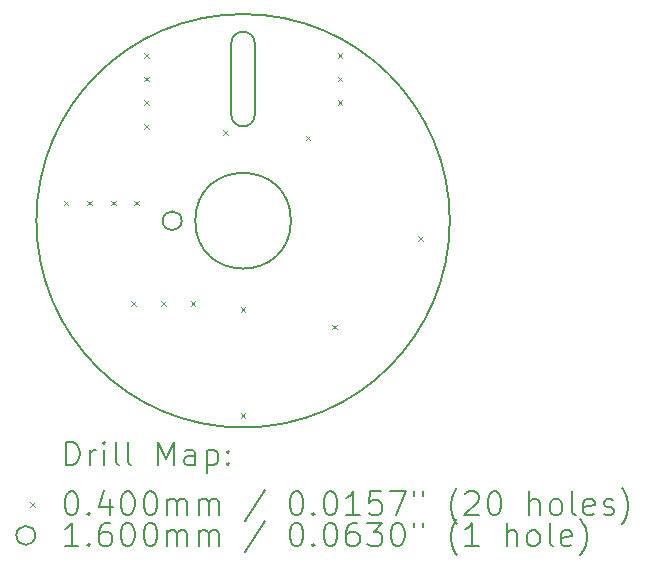
<source format=gbr>
%TF.GenerationSoftware,KiCad,Pcbnew,8.0.7*%
%TF.CreationDate,2025-03-03T17:11:46+00:00*%
%TF.ProjectId,view_screen,76696577-5f73-4637-9265-656e2e6b6963,rev?*%
%TF.SameCoordinates,Original*%
%TF.FileFunction,Drillmap*%
%TF.FilePolarity,Positive*%
%FSLAX45Y45*%
G04 Gerber Fmt 4.5, Leading zero omitted, Abs format (unit mm)*
G04 Created by KiCad (PCBNEW 8.0.7) date 2025-03-03 17:11:46*
%MOMM*%
%LPD*%
G01*
G04 APERTURE LIST*
%ADD10C,0.200000*%
%ADD11C,0.100000*%
%ADD12C,0.160000*%
G04 APERTURE END LIST*
D10*
X10100000Y-9100000D02*
G75*
G02*
X9900000Y-9100000I-100000J0D01*
G01*
X9900000Y-8500000D02*
X9900000Y-9100000D01*
X10100000Y-9100000D02*
X10100000Y-8500000D01*
X9900000Y-8500000D02*
G75*
G02*
X10100000Y-8500000I100000J0D01*
G01*
X11750000Y-10000000D02*
G75*
G02*
X8250000Y-10000000I-1750000J0D01*
G01*
X8250000Y-10000000D02*
G75*
G02*
X11750000Y-10000000I1750000J0D01*
G01*
X10405000Y-10000000D02*
G75*
G02*
X9595000Y-10000000I-405000J0D01*
G01*
X9595000Y-10000000D02*
G75*
G02*
X10405000Y-10000000I405000J0D01*
G01*
D11*
X8480000Y-9830000D02*
X8520000Y-9870000D01*
X8520000Y-9830000D02*
X8480000Y-9870000D01*
X8680000Y-9830000D02*
X8720000Y-9870000D01*
X8720000Y-9830000D02*
X8680000Y-9870000D01*
X8880000Y-9830000D02*
X8920000Y-9870000D01*
X8920000Y-9830000D02*
X8880000Y-9870000D01*
X9055000Y-10680000D02*
X9095000Y-10720000D01*
X9095000Y-10680000D02*
X9055000Y-10720000D01*
X9080000Y-9830000D02*
X9120000Y-9870000D01*
X9120000Y-9830000D02*
X9080000Y-9870000D01*
X9160000Y-8580000D02*
X9200000Y-8620000D01*
X9200000Y-8580000D02*
X9160000Y-8620000D01*
X9160000Y-8780000D02*
X9200000Y-8820000D01*
X9200000Y-8780000D02*
X9160000Y-8820000D01*
X9160000Y-8980000D02*
X9200000Y-9020000D01*
X9200000Y-8980000D02*
X9160000Y-9020000D01*
X9160000Y-9180000D02*
X9200000Y-9220000D01*
X9200000Y-9180000D02*
X9160000Y-9220000D01*
X9305000Y-10680000D02*
X9345000Y-10720000D01*
X9345000Y-10680000D02*
X9305000Y-10720000D01*
X9555000Y-10680000D02*
X9595000Y-10720000D01*
X9595000Y-10680000D02*
X9555000Y-10720000D01*
X9830000Y-9230000D02*
X9870000Y-9270000D01*
X9870000Y-9230000D02*
X9830000Y-9270000D01*
X9980000Y-10730000D02*
X10020000Y-10770000D01*
X10020000Y-10730000D02*
X9980000Y-10770000D01*
X9980000Y-11630000D02*
X10020000Y-11670000D01*
X10020000Y-11630000D02*
X9980000Y-11670000D01*
X10530000Y-9280000D02*
X10570000Y-9320000D01*
X10570000Y-9280000D02*
X10530000Y-9320000D01*
X10755000Y-10880000D02*
X10795000Y-10920000D01*
X10795000Y-10880000D02*
X10755000Y-10920000D01*
X10800000Y-8580000D02*
X10840000Y-8620000D01*
X10840000Y-8580000D02*
X10800000Y-8620000D01*
X10800000Y-8780000D02*
X10840000Y-8820000D01*
X10840000Y-8780000D02*
X10800000Y-8820000D01*
X10800000Y-8980000D02*
X10840000Y-9020000D01*
X10840000Y-8980000D02*
X10800000Y-9020000D01*
X11480000Y-10130000D02*
X11520000Y-10170000D01*
X11520000Y-10130000D02*
X11480000Y-10170000D01*
D12*
X9480000Y-10000000D02*
G75*
G02*
X9320000Y-10000000I-80000J0D01*
G01*
X9320000Y-10000000D02*
G75*
G02*
X9480000Y-10000000I80000J0D01*
G01*
D10*
X8500777Y-12071484D02*
X8500777Y-11871484D01*
X8500777Y-11871484D02*
X8548396Y-11871484D01*
X8548396Y-11871484D02*
X8576967Y-11881008D01*
X8576967Y-11881008D02*
X8596015Y-11900055D01*
X8596015Y-11900055D02*
X8605539Y-11919103D01*
X8605539Y-11919103D02*
X8615063Y-11957198D01*
X8615063Y-11957198D02*
X8615063Y-11985769D01*
X8615063Y-11985769D02*
X8605539Y-12023865D01*
X8605539Y-12023865D02*
X8596015Y-12042912D01*
X8596015Y-12042912D02*
X8576967Y-12061960D01*
X8576967Y-12061960D02*
X8548396Y-12071484D01*
X8548396Y-12071484D02*
X8500777Y-12071484D01*
X8700777Y-12071484D02*
X8700777Y-11938150D01*
X8700777Y-11976246D02*
X8710301Y-11957198D01*
X8710301Y-11957198D02*
X8719824Y-11947674D01*
X8719824Y-11947674D02*
X8738872Y-11938150D01*
X8738872Y-11938150D02*
X8757920Y-11938150D01*
X8824586Y-12071484D02*
X8824586Y-11938150D01*
X8824586Y-11871484D02*
X8815063Y-11881008D01*
X8815063Y-11881008D02*
X8824586Y-11890531D01*
X8824586Y-11890531D02*
X8834110Y-11881008D01*
X8834110Y-11881008D02*
X8824586Y-11871484D01*
X8824586Y-11871484D02*
X8824586Y-11890531D01*
X8948396Y-12071484D02*
X8929348Y-12061960D01*
X8929348Y-12061960D02*
X8919824Y-12042912D01*
X8919824Y-12042912D02*
X8919824Y-11871484D01*
X9053158Y-12071484D02*
X9034110Y-12061960D01*
X9034110Y-12061960D02*
X9024586Y-12042912D01*
X9024586Y-12042912D02*
X9024586Y-11871484D01*
X9281729Y-12071484D02*
X9281729Y-11871484D01*
X9281729Y-11871484D02*
X9348396Y-12014341D01*
X9348396Y-12014341D02*
X9415063Y-11871484D01*
X9415063Y-11871484D02*
X9415063Y-12071484D01*
X9596015Y-12071484D02*
X9596015Y-11966722D01*
X9596015Y-11966722D02*
X9586491Y-11947674D01*
X9586491Y-11947674D02*
X9567444Y-11938150D01*
X9567444Y-11938150D02*
X9529348Y-11938150D01*
X9529348Y-11938150D02*
X9510301Y-11947674D01*
X9596015Y-12061960D02*
X9576967Y-12071484D01*
X9576967Y-12071484D02*
X9529348Y-12071484D01*
X9529348Y-12071484D02*
X9510301Y-12061960D01*
X9510301Y-12061960D02*
X9500777Y-12042912D01*
X9500777Y-12042912D02*
X9500777Y-12023865D01*
X9500777Y-12023865D02*
X9510301Y-12004817D01*
X9510301Y-12004817D02*
X9529348Y-11995293D01*
X9529348Y-11995293D02*
X9576967Y-11995293D01*
X9576967Y-11995293D02*
X9596015Y-11985769D01*
X9691253Y-11938150D02*
X9691253Y-12138150D01*
X9691253Y-11947674D02*
X9710301Y-11938150D01*
X9710301Y-11938150D02*
X9748396Y-11938150D01*
X9748396Y-11938150D02*
X9767444Y-11947674D01*
X9767444Y-11947674D02*
X9776967Y-11957198D01*
X9776967Y-11957198D02*
X9786491Y-11976246D01*
X9786491Y-11976246D02*
X9786491Y-12033388D01*
X9786491Y-12033388D02*
X9776967Y-12052436D01*
X9776967Y-12052436D02*
X9767444Y-12061960D01*
X9767444Y-12061960D02*
X9748396Y-12071484D01*
X9748396Y-12071484D02*
X9710301Y-12071484D01*
X9710301Y-12071484D02*
X9691253Y-12061960D01*
X9872205Y-12052436D02*
X9881729Y-12061960D01*
X9881729Y-12061960D02*
X9872205Y-12071484D01*
X9872205Y-12071484D02*
X9862682Y-12061960D01*
X9862682Y-12061960D02*
X9872205Y-12052436D01*
X9872205Y-12052436D02*
X9872205Y-12071484D01*
X9872205Y-11947674D02*
X9881729Y-11957198D01*
X9881729Y-11957198D02*
X9872205Y-11966722D01*
X9872205Y-11966722D02*
X9862682Y-11957198D01*
X9862682Y-11957198D02*
X9872205Y-11947674D01*
X9872205Y-11947674D02*
X9872205Y-11966722D01*
D11*
X8200000Y-12380000D02*
X8240000Y-12420000D01*
X8240000Y-12380000D02*
X8200000Y-12420000D01*
D10*
X8538872Y-12291484D02*
X8557920Y-12291484D01*
X8557920Y-12291484D02*
X8576967Y-12301008D01*
X8576967Y-12301008D02*
X8586491Y-12310531D01*
X8586491Y-12310531D02*
X8596015Y-12329579D01*
X8596015Y-12329579D02*
X8605539Y-12367674D01*
X8605539Y-12367674D02*
X8605539Y-12415293D01*
X8605539Y-12415293D02*
X8596015Y-12453388D01*
X8596015Y-12453388D02*
X8586491Y-12472436D01*
X8586491Y-12472436D02*
X8576967Y-12481960D01*
X8576967Y-12481960D02*
X8557920Y-12491484D01*
X8557920Y-12491484D02*
X8538872Y-12491484D01*
X8538872Y-12491484D02*
X8519824Y-12481960D01*
X8519824Y-12481960D02*
X8510301Y-12472436D01*
X8510301Y-12472436D02*
X8500777Y-12453388D01*
X8500777Y-12453388D02*
X8491253Y-12415293D01*
X8491253Y-12415293D02*
X8491253Y-12367674D01*
X8491253Y-12367674D02*
X8500777Y-12329579D01*
X8500777Y-12329579D02*
X8510301Y-12310531D01*
X8510301Y-12310531D02*
X8519824Y-12301008D01*
X8519824Y-12301008D02*
X8538872Y-12291484D01*
X8691253Y-12472436D02*
X8700777Y-12481960D01*
X8700777Y-12481960D02*
X8691253Y-12491484D01*
X8691253Y-12491484D02*
X8681729Y-12481960D01*
X8681729Y-12481960D02*
X8691253Y-12472436D01*
X8691253Y-12472436D02*
X8691253Y-12491484D01*
X8872205Y-12358150D02*
X8872205Y-12491484D01*
X8824586Y-12281960D02*
X8776967Y-12424817D01*
X8776967Y-12424817D02*
X8900777Y-12424817D01*
X9015063Y-12291484D02*
X9034110Y-12291484D01*
X9034110Y-12291484D02*
X9053158Y-12301008D01*
X9053158Y-12301008D02*
X9062682Y-12310531D01*
X9062682Y-12310531D02*
X9072205Y-12329579D01*
X9072205Y-12329579D02*
X9081729Y-12367674D01*
X9081729Y-12367674D02*
X9081729Y-12415293D01*
X9081729Y-12415293D02*
X9072205Y-12453388D01*
X9072205Y-12453388D02*
X9062682Y-12472436D01*
X9062682Y-12472436D02*
X9053158Y-12481960D01*
X9053158Y-12481960D02*
X9034110Y-12491484D01*
X9034110Y-12491484D02*
X9015063Y-12491484D01*
X9015063Y-12491484D02*
X8996015Y-12481960D01*
X8996015Y-12481960D02*
X8986491Y-12472436D01*
X8986491Y-12472436D02*
X8976967Y-12453388D01*
X8976967Y-12453388D02*
X8967444Y-12415293D01*
X8967444Y-12415293D02*
X8967444Y-12367674D01*
X8967444Y-12367674D02*
X8976967Y-12329579D01*
X8976967Y-12329579D02*
X8986491Y-12310531D01*
X8986491Y-12310531D02*
X8996015Y-12301008D01*
X8996015Y-12301008D02*
X9015063Y-12291484D01*
X9205539Y-12291484D02*
X9224586Y-12291484D01*
X9224586Y-12291484D02*
X9243634Y-12301008D01*
X9243634Y-12301008D02*
X9253158Y-12310531D01*
X9253158Y-12310531D02*
X9262682Y-12329579D01*
X9262682Y-12329579D02*
X9272205Y-12367674D01*
X9272205Y-12367674D02*
X9272205Y-12415293D01*
X9272205Y-12415293D02*
X9262682Y-12453388D01*
X9262682Y-12453388D02*
X9253158Y-12472436D01*
X9253158Y-12472436D02*
X9243634Y-12481960D01*
X9243634Y-12481960D02*
X9224586Y-12491484D01*
X9224586Y-12491484D02*
X9205539Y-12491484D01*
X9205539Y-12491484D02*
X9186491Y-12481960D01*
X9186491Y-12481960D02*
X9176967Y-12472436D01*
X9176967Y-12472436D02*
X9167444Y-12453388D01*
X9167444Y-12453388D02*
X9157920Y-12415293D01*
X9157920Y-12415293D02*
X9157920Y-12367674D01*
X9157920Y-12367674D02*
X9167444Y-12329579D01*
X9167444Y-12329579D02*
X9176967Y-12310531D01*
X9176967Y-12310531D02*
X9186491Y-12301008D01*
X9186491Y-12301008D02*
X9205539Y-12291484D01*
X9357920Y-12491484D02*
X9357920Y-12358150D01*
X9357920Y-12377198D02*
X9367444Y-12367674D01*
X9367444Y-12367674D02*
X9386491Y-12358150D01*
X9386491Y-12358150D02*
X9415063Y-12358150D01*
X9415063Y-12358150D02*
X9434110Y-12367674D01*
X9434110Y-12367674D02*
X9443634Y-12386722D01*
X9443634Y-12386722D02*
X9443634Y-12491484D01*
X9443634Y-12386722D02*
X9453158Y-12367674D01*
X9453158Y-12367674D02*
X9472205Y-12358150D01*
X9472205Y-12358150D02*
X9500777Y-12358150D01*
X9500777Y-12358150D02*
X9519825Y-12367674D01*
X9519825Y-12367674D02*
X9529348Y-12386722D01*
X9529348Y-12386722D02*
X9529348Y-12491484D01*
X9624586Y-12491484D02*
X9624586Y-12358150D01*
X9624586Y-12377198D02*
X9634110Y-12367674D01*
X9634110Y-12367674D02*
X9653158Y-12358150D01*
X9653158Y-12358150D02*
X9681729Y-12358150D01*
X9681729Y-12358150D02*
X9700777Y-12367674D01*
X9700777Y-12367674D02*
X9710301Y-12386722D01*
X9710301Y-12386722D02*
X9710301Y-12491484D01*
X9710301Y-12386722D02*
X9719825Y-12367674D01*
X9719825Y-12367674D02*
X9738872Y-12358150D01*
X9738872Y-12358150D02*
X9767444Y-12358150D01*
X9767444Y-12358150D02*
X9786491Y-12367674D01*
X9786491Y-12367674D02*
X9796015Y-12386722D01*
X9796015Y-12386722D02*
X9796015Y-12491484D01*
X10186491Y-12281960D02*
X10015063Y-12539103D01*
X10443634Y-12291484D02*
X10462682Y-12291484D01*
X10462682Y-12291484D02*
X10481729Y-12301008D01*
X10481729Y-12301008D02*
X10491253Y-12310531D01*
X10491253Y-12310531D02*
X10500777Y-12329579D01*
X10500777Y-12329579D02*
X10510301Y-12367674D01*
X10510301Y-12367674D02*
X10510301Y-12415293D01*
X10510301Y-12415293D02*
X10500777Y-12453388D01*
X10500777Y-12453388D02*
X10491253Y-12472436D01*
X10491253Y-12472436D02*
X10481729Y-12481960D01*
X10481729Y-12481960D02*
X10462682Y-12491484D01*
X10462682Y-12491484D02*
X10443634Y-12491484D01*
X10443634Y-12491484D02*
X10424587Y-12481960D01*
X10424587Y-12481960D02*
X10415063Y-12472436D01*
X10415063Y-12472436D02*
X10405539Y-12453388D01*
X10405539Y-12453388D02*
X10396015Y-12415293D01*
X10396015Y-12415293D02*
X10396015Y-12367674D01*
X10396015Y-12367674D02*
X10405539Y-12329579D01*
X10405539Y-12329579D02*
X10415063Y-12310531D01*
X10415063Y-12310531D02*
X10424587Y-12301008D01*
X10424587Y-12301008D02*
X10443634Y-12291484D01*
X10596015Y-12472436D02*
X10605539Y-12481960D01*
X10605539Y-12481960D02*
X10596015Y-12491484D01*
X10596015Y-12491484D02*
X10586491Y-12481960D01*
X10586491Y-12481960D02*
X10596015Y-12472436D01*
X10596015Y-12472436D02*
X10596015Y-12491484D01*
X10729348Y-12291484D02*
X10748396Y-12291484D01*
X10748396Y-12291484D02*
X10767444Y-12301008D01*
X10767444Y-12301008D02*
X10776968Y-12310531D01*
X10776968Y-12310531D02*
X10786491Y-12329579D01*
X10786491Y-12329579D02*
X10796015Y-12367674D01*
X10796015Y-12367674D02*
X10796015Y-12415293D01*
X10796015Y-12415293D02*
X10786491Y-12453388D01*
X10786491Y-12453388D02*
X10776968Y-12472436D01*
X10776968Y-12472436D02*
X10767444Y-12481960D01*
X10767444Y-12481960D02*
X10748396Y-12491484D01*
X10748396Y-12491484D02*
X10729348Y-12491484D01*
X10729348Y-12491484D02*
X10710301Y-12481960D01*
X10710301Y-12481960D02*
X10700777Y-12472436D01*
X10700777Y-12472436D02*
X10691253Y-12453388D01*
X10691253Y-12453388D02*
X10681729Y-12415293D01*
X10681729Y-12415293D02*
X10681729Y-12367674D01*
X10681729Y-12367674D02*
X10691253Y-12329579D01*
X10691253Y-12329579D02*
X10700777Y-12310531D01*
X10700777Y-12310531D02*
X10710301Y-12301008D01*
X10710301Y-12301008D02*
X10729348Y-12291484D01*
X10986491Y-12491484D02*
X10872206Y-12491484D01*
X10929348Y-12491484D02*
X10929348Y-12291484D01*
X10929348Y-12291484D02*
X10910301Y-12320055D01*
X10910301Y-12320055D02*
X10891253Y-12339103D01*
X10891253Y-12339103D02*
X10872206Y-12348627D01*
X11167444Y-12291484D02*
X11072206Y-12291484D01*
X11072206Y-12291484D02*
X11062682Y-12386722D01*
X11062682Y-12386722D02*
X11072206Y-12377198D01*
X11072206Y-12377198D02*
X11091253Y-12367674D01*
X11091253Y-12367674D02*
X11138872Y-12367674D01*
X11138872Y-12367674D02*
X11157920Y-12377198D01*
X11157920Y-12377198D02*
X11167444Y-12386722D01*
X11167444Y-12386722D02*
X11176968Y-12405769D01*
X11176968Y-12405769D02*
X11176968Y-12453388D01*
X11176968Y-12453388D02*
X11167444Y-12472436D01*
X11167444Y-12472436D02*
X11157920Y-12481960D01*
X11157920Y-12481960D02*
X11138872Y-12491484D01*
X11138872Y-12491484D02*
X11091253Y-12491484D01*
X11091253Y-12491484D02*
X11072206Y-12481960D01*
X11072206Y-12481960D02*
X11062682Y-12472436D01*
X11243634Y-12291484D02*
X11376967Y-12291484D01*
X11376967Y-12291484D02*
X11291253Y-12491484D01*
X11443634Y-12291484D02*
X11443634Y-12329579D01*
X11519825Y-12291484D02*
X11519825Y-12329579D01*
X11815063Y-12567674D02*
X11805539Y-12558150D01*
X11805539Y-12558150D02*
X11786491Y-12529579D01*
X11786491Y-12529579D02*
X11776968Y-12510531D01*
X11776968Y-12510531D02*
X11767444Y-12481960D01*
X11767444Y-12481960D02*
X11757920Y-12434341D01*
X11757920Y-12434341D02*
X11757920Y-12396246D01*
X11757920Y-12396246D02*
X11767444Y-12348627D01*
X11767444Y-12348627D02*
X11776968Y-12320055D01*
X11776968Y-12320055D02*
X11786491Y-12301008D01*
X11786491Y-12301008D02*
X11805539Y-12272436D01*
X11805539Y-12272436D02*
X11815063Y-12262912D01*
X11881729Y-12310531D02*
X11891253Y-12301008D01*
X11891253Y-12301008D02*
X11910301Y-12291484D01*
X11910301Y-12291484D02*
X11957920Y-12291484D01*
X11957920Y-12291484D02*
X11976968Y-12301008D01*
X11976968Y-12301008D02*
X11986491Y-12310531D01*
X11986491Y-12310531D02*
X11996015Y-12329579D01*
X11996015Y-12329579D02*
X11996015Y-12348627D01*
X11996015Y-12348627D02*
X11986491Y-12377198D01*
X11986491Y-12377198D02*
X11872206Y-12491484D01*
X11872206Y-12491484D02*
X11996015Y-12491484D01*
X12119825Y-12291484D02*
X12138872Y-12291484D01*
X12138872Y-12291484D02*
X12157920Y-12301008D01*
X12157920Y-12301008D02*
X12167444Y-12310531D01*
X12167444Y-12310531D02*
X12176968Y-12329579D01*
X12176968Y-12329579D02*
X12186491Y-12367674D01*
X12186491Y-12367674D02*
X12186491Y-12415293D01*
X12186491Y-12415293D02*
X12176968Y-12453388D01*
X12176968Y-12453388D02*
X12167444Y-12472436D01*
X12167444Y-12472436D02*
X12157920Y-12481960D01*
X12157920Y-12481960D02*
X12138872Y-12491484D01*
X12138872Y-12491484D02*
X12119825Y-12491484D01*
X12119825Y-12491484D02*
X12100777Y-12481960D01*
X12100777Y-12481960D02*
X12091253Y-12472436D01*
X12091253Y-12472436D02*
X12081729Y-12453388D01*
X12081729Y-12453388D02*
X12072206Y-12415293D01*
X12072206Y-12415293D02*
X12072206Y-12367674D01*
X12072206Y-12367674D02*
X12081729Y-12329579D01*
X12081729Y-12329579D02*
X12091253Y-12310531D01*
X12091253Y-12310531D02*
X12100777Y-12301008D01*
X12100777Y-12301008D02*
X12119825Y-12291484D01*
X12424587Y-12491484D02*
X12424587Y-12291484D01*
X12510301Y-12491484D02*
X12510301Y-12386722D01*
X12510301Y-12386722D02*
X12500777Y-12367674D01*
X12500777Y-12367674D02*
X12481730Y-12358150D01*
X12481730Y-12358150D02*
X12453158Y-12358150D01*
X12453158Y-12358150D02*
X12434110Y-12367674D01*
X12434110Y-12367674D02*
X12424587Y-12377198D01*
X12634110Y-12491484D02*
X12615063Y-12481960D01*
X12615063Y-12481960D02*
X12605539Y-12472436D01*
X12605539Y-12472436D02*
X12596015Y-12453388D01*
X12596015Y-12453388D02*
X12596015Y-12396246D01*
X12596015Y-12396246D02*
X12605539Y-12377198D01*
X12605539Y-12377198D02*
X12615063Y-12367674D01*
X12615063Y-12367674D02*
X12634110Y-12358150D01*
X12634110Y-12358150D02*
X12662682Y-12358150D01*
X12662682Y-12358150D02*
X12681730Y-12367674D01*
X12681730Y-12367674D02*
X12691253Y-12377198D01*
X12691253Y-12377198D02*
X12700777Y-12396246D01*
X12700777Y-12396246D02*
X12700777Y-12453388D01*
X12700777Y-12453388D02*
X12691253Y-12472436D01*
X12691253Y-12472436D02*
X12681730Y-12481960D01*
X12681730Y-12481960D02*
X12662682Y-12491484D01*
X12662682Y-12491484D02*
X12634110Y-12491484D01*
X12815063Y-12491484D02*
X12796015Y-12481960D01*
X12796015Y-12481960D02*
X12786491Y-12462912D01*
X12786491Y-12462912D02*
X12786491Y-12291484D01*
X12967444Y-12481960D02*
X12948396Y-12491484D01*
X12948396Y-12491484D02*
X12910301Y-12491484D01*
X12910301Y-12491484D02*
X12891253Y-12481960D01*
X12891253Y-12481960D02*
X12881730Y-12462912D01*
X12881730Y-12462912D02*
X12881730Y-12386722D01*
X12881730Y-12386722D02*
X12891253Y-12367674D01*
X12891253Y-12367674D02*
X12910301Y-12358150D01*
X12910301Y-12358150D02*
X12948396Y-12358150D01*
X12948396Y-12358150D02*
X12967444Y-12367674D01*
X12967444Y-12367674D02*
X12976968Y-12386722D01*
X12976968Y-12386722D02*
X12976968Y-12405769D01*
X12976968Y-12405769D02*
X12881730Y-12424817D01*
X13053158Y-12481960D02*
X13072206Y-12491484D01*
X13072206Y-12491484D02*
X13110301Y-12491484D01*
X13110301Y-12491484D02*
X13129349Y-12481960D01*
X13129349Y-12481960D02*
X13138872Y-12462912D01*
X13138872Y-12462912D02*
X13138872Y-12453388D01*
X13138872Y-12453388D02*
X13129349Y-12434341D01*
X13129349Y-12434341D02*
X13110301Y-12424817D01*
X13110301Y-12424817D02*
X13081730Y-12424817D01*
X13081730Y-12424817D02*
X13062682Y-12415293D01*
X13062682Y-12415293D02*
X13053158Y-12396246D01*
X13053158Y-12396246D02*
X13053158Y-12386722D01*
X13053158Y-12386722D02*
X13062682Y-12367674D01*
X13062682Y-12367674D02*
X13081730Y-12358150D01*
X13081730Y-12358150D02*
X13110301Y-12358150D01*
X13110301Y-12358150D02*
X13129349Y-12367674D01*
X13205539Y-12567674D02*
X13215063Y-12558150D01*
X13215063Y-12558150D02*
X13234111Y-12529579D01*
X13234111Y-12529579D02*
X13243634Y-12510531D01*
X13243634Y-12510531D02*
X13253158Y-12481960D01*
X13253158Y-12481960D02*
X13262682Y-12434341D01*
X13262682Y-12434341D02*
X13262682Y-12396246D01*
X13262682Y-12396246D02*
X13253158Y-12348627D01*
X13253158Y-12348627D02*
X13243634Y-12320055D01*
X13243634Y-12320055D02*
X13234111Y-12301008D01*
X13234111Y-12301008D02*
X13215063Y-12272436D01*
X13215063Y-12272436D02*
X13205539Y-12262912D01*
D12*
X8240000Y-12664000D02*
G75*
G02*
X8080000Y-12664000I-80000J0D01*
G01*
X8080000Y-12664000D02*
G75*
G02*
X8240000Y-12664000I80000J0D01*
G01*
D10*
X8605539Y-12755484D02*
X8491253Y-12755484D01*
X8548396Y-12755484D02*
X8548396Y-12555484D01*
X8548396Y-12555484D02*
X8529348Y-12584055D01*
X8529348Y-12584055D02*
X8510301Y-12603103D01*
X8510301Y-12603103D02*
X8491253Y-12612627D01*
X8691253Y-12736436D02*
X8700777Y-12745960D01*
X8700777Y-12745960D02*
X8691253Y-12755484D01*
X8691253Y-12755484D02*
X8681729Y-12745960D01*
X8681729Y-12745960D02*
X8691253Y-12736436D01*
X8691253Y-12736436D02*
X8691253Y-12755484D01*
X8872205Y-12555484D02*
X8834110Y-12555484D01*
X8834110Y-12555484D02*
X8815063Y-12565008D01*
X8815063Y-12565008D02*
X8805539Y-12574531D01*
X8805539Y-12574531D02*
X8786491Y-12603103D01*
X8786491Y-12603103D02*
X8776967Y-12641198D01*
X8776967Y-12641198D02*
X8776967Y-12717388D01*
X8776967Y-12717388D02*
X8786491Y-12736436D01*
X8786491Y-12736436D02*
X8796015Y-12745960D01*
X8796015Y-12745960D02*
X8815063Y-12755484D01*
X8815063Y-12755484D02*
X8853158Y-12755484D01*
X8853158Y-12755484D02*
X8872205Y-12745960D01*
X8872205Y-12745960D02*
X8881729Y-12736436D01*
X8881729Y-12736436D02*
X8891253Y-12717388D01*
X8891253Y-12717388D02*
X8891253Y-12669769D01*
X8891253Y-12669769D02*
X8881729Y-12650722D01*
X8881729Y-12650722D02*
X8872205Y-12641198D01*
X8872205Y-12641198D02*
X8853158Y-12631674D01*
X8853158Y-12631674D02*
X8815063Y-12631674D01*
X8815063Y-12631674D02*
X8796015Y-12641198D01*
X8796015Y-12641198D02*
X8786491Y-12650722D01*
X8786491Y-12650722D02*
X8776967Y-12669769D01*
X9015063Y-12555484D02*
X9034110Y-12555484D01*
X9034110Y-12555484D02*
X9053158Y-12565008D01*
X9053158Y-12565008D02*
X9062682Y-12574531D01*
X9062682Y-12574531D02*
X9072205Y-12593579D01*
X9072205Y-12593579D02*
X9081729Y-12631674D01*
X9081729Y-12631674D02*
X9081729Y-12679293D01*
X9081729Y-12679293D02*
X9072205Y-12717388D01*
X9072205Y-12717388D02*
X9062682Y-12736436D01*
X9062682Y-12736436D02*
X9053158Y-12745960D01*
X9053158Y-12745960D02*
X9034110Y-12755484D01*
X9034110Y-12755484D02*
X9015063Y-12755484D01*
X9015063Y-12755484D02*
X8996015Y-12745960D01*
X8996015Y-12745960D02*
X8986491Y-12736436D01*
X8986491Y-12736436D02*
X8976967Y-12717388D01*
X8976967Y-12717388D02*
X8967444Y-12679293D01*
X8967444Y-12679293D02*
X8967444Y-12631674D01*
X8967444Y-12631674D02*
X8976967Y-12593579D01*
X8976967Y-12593579D02*
X8986491Y-12574531D01*
X8986491Y-12574531D02*
X8996015Y-12565008D01*
X8996015Y-12565008D02*
X9015063Y-12555484D01*
X9205539Y-12555484D02*
X9224586Y-12555484D01*
X9224586Y-12555484D02*
X9243634Y-12565008D01*
X9243634Y-12565008D02*
X9253158Y-12574531D01*
X9253158Y-12574531D02*
X9262682Y-12593579D01*
X9262682Y-12593579D02*
X9272205Y-12631674D01*
X9272205Y-12631674D02*
X9272205Y-12679293D01*
X9272205Y-12679293D02*
X9262682Y-12717388D01*
X9262682Y-12717388D02*
X9253158Y-12736436D01*
X9253158Y-12736436D02*
X9243634Y-12745960D01*
X9243634Y-12745960D02*
X9224586Y-12755484D01*
X9224586Y-12755484D02*
X9205539Y-12755484D01*
X9205539Y-12755484D02*
X9186491Y-12745960D01*
X9186491Y-12745960D02*
X9176967Y-12736436D01*
X9176967Y-12736436D02*
X9167444Y-12717388D01*
X9167444Y-12717388D02*
X9157920Y-12679293D01*
X9157920Y-12679293D02*
X9157920Y-12631674D01*
X9157920Y-12631674D02*
X9167444Y-12593579D01*
X9167444Y-12593579D02*
X9176967Y-12574531D01*
X9176967Y-12574531D02*
X9186491Y-12565008D01*
X9186491Y-12565008D02*
X9205539Y-12555484D01*
X9357920Y-12755484D02*
X9357920Y-12622150D01*
X9357920Y-12641198D02*
X9367444Y-12631674D01*
X9367444Y-12631674D02*
X9386491Y-12622150D01*
X9386491Y-12622150D02*
X9415063Y-12622150D01*
X9415063Y-12622150D02*
X9434110Y-12631674D01*
X9434110Y-12631674D02*
X9443634Y-12650722D01*
X9443634Y-12650722D02*
X9443634Y-12755484D01*
X9443634Y-12650722D02*
X9453158Y-12631674D01*
X9453158Y-12631674D02*
X9472205Y-12622150D01*
X9472205Y-12622150D02*
X9500777Y-12622150D01*
X9500777Y-12622150D02*
X9519825Y-12631674D01*
X9519825Y-12631674D02*
X9529348Y-12650722D01*
X9529348Y-12650722D02*
X9529348Y-12755484D01*
X9624586Y-12755484D02*
X9624586Y-12622150D01*
X9624586Y-12641198D02*
X9634110Y-12631674D01*
X9634110Y-12631674D02*
X9653158Y-12622150D01*
X9653158Y-12622150D02*
X9681729Y-12622150D01*
X9681729Y-12622150D02*
X9700777Y-12631674D01*
X9700777Y-12631674D02*
X9710301Y-12650722D01*
X9710301Y-12650722D02*
X9710301Y-12755484D01*
X9710301Y-12650722D02*
X9719825Y-12631674D01*
X9719825Y-12631674D02*
X9738872Y-12622150D01*
X9738872Y-12622150D02*
X9767444Y-12622150D01*
X9767444Y-12622150D02*
X9786491Y-12631674D01*
X9786491Y-12631674D02*
X9796015Y-12650722D01*
X9796015Y-12650722D02*
X9796015Y-12755484D01*
X10186491Y-12545960D02*
X10015063Y-12803103D01*
X10443634Y-12555484D02*
X10462682Y-12555484D01*
X10462682Y-12555484D02*
X10481729Y-12565008D01*
X10481729Y-12565008D02*
X10491253Y-12574531D01*
X10491253Y-12574531D02*
X10500777Y-12593579D01*
X10500777Y-12593579D02*
X10510301Y-12631674D01*
X10510301Y-12631674D02*
X10510301Y-12679293D01*
X10510301Y-12679293D02*
X10500777Y-12717388D01*
X10500777Y-12717388D02*
X10491253Y-12736436D01*
X10491253Y-12736436D02*
X10481729Y-12745960D01*
X10481729Y-12745960D02*
X10462682Y-12755484D01*
X10462682Y-12755484D02*
X10443634Y-12755484D01*
X10443634Y-12755484D02*
X10424587Y-12745960D01*
X10424587Y-12745960D02*
X10415063Y-12736436D01*
X10415063Y-12736436D02*
X10405539Y-12717388D01*
X10405539Y-12717388D02*
X10396015Y-12679293D01*
X10396015Y-12679293D02*
X10396015Y-12631674D01*
X10396015Y-12631674D02*
X10405539Y-12593579D01*
X10405539Y-12593579D02*
X10415063Y-12574531D01*
X10415063Y-12574531D02*
X10424587Y-12565008D01*
X10424587Y-12565008D02*
X10443634Y-12555484D01*
X10596015Y-12736436D02*
X10605539Y-12745960D01*
X10605539Y-12745960D02*
X10596015Y-12755484D01*
X10596015Y-12755484D02*
X10586491Y-12745960D01*
X10586491Y-12745960D02*
X10596015Y-12736436D01*
X10596015Y-12736436D02*
X10596015Y-12755484D01*
X10729348Y-12555484D02*
X10748396Y-12555484D01*
X10748396Y-12555484D02*
X10767444Y-12565008D01*
X10767444Y-12565008D02*
X10776968Y-12574531D01*
X10776968Y-12574531D02*
X10786491Y-12593579D01*
X10786491Y-12593579D02*
X10796015Y-12631674D01*
X10796015Y-12631674D02*
X10796015Y-12679293D01*
X10796015Y-12679293D02*
X10786491Y-12717388D01*
X10786491Y-12717388D02*
X10776968Y-12736436D01*
X10776968Y-12736436D02*
X10767444Y-12745960D01*
X10767444Y-12745960D02*
X10748396Y-12755484D01*
X10748396Y-12755484D02*
X10729348Y-12755484D01*
X10729348Y-12755484D02*
X10710301Y-12745960D01*
X10710301Y-12745960D02*
X10700777Y-12736436D01*
X10700777Y-12736436D02*
X10691253Y-12717388D01*
X10691253Y-12717388D02*
X10681729Y-12679293D01*
X10681729Y-12679293D02*
X10681729Y-12631674D01*
X10681729Y-12631674D02*
X10691253Y-12593579D01*
X10691253Y-12593579D02*
X10700777Y-12574531D01*
X10700777Y-12574531D02*
X10710301Y-12565008D01*
X10710301Y-12565008D02*
X10729348Y-12555484D01*
X10967444Y-12555484D02*
X10929348Y-12555484D01*
X10929348Y-12555484D02*
X10910301Y-12565008D01*
X10910301Y-12565008D02*
X10900777Y-12574531D01*
X10900777Y-12574531D02*
X10881729Y-12603103D01*
X10881729Y-12603103D02*
X10872206Y-12641198D01*
X10872206Y-12641198D02*
X10872206Y-12717388D01*
X10872206Y-12717388D02*
X10881729Y-12736436D01*
X10881729Y-12736436D02*
X10891253Y-12745960D01*
X10891253Y-12745960D02*
X10910301Y-12755484D01*
X10910301Y-12755484D02*
X10948396Y-12755484D01*
X10948396Y-12755484D02*
X10967444Y-12745960D01*
X10967444Y-12745960D02*
X10976968Y-12736436D01*
X10976968Y-12736436D02*
X10986491Y-12717388D01*
X10986491Y-12717388D02*
X10986491Y-12669769D01*
X10986491Y-12669769D02*
X10976968Y-12650722D01*
X10976968Y-12650722D02*
X10967444Y-12641198D01*
X10967444Y-12641198D02*
X10948396Y-12631674D01*
X10948396Y-12631674D02*
X10910301Y-12631674D01*
X10910301Y-12631674D02*
X10891253Y-12641198D01*
X10891253Y-12641198D02*
X10881729Y-12650722D01*
X10881729Y-12650722D02*
X10872206Y-12669769D01*
X11053158Y-12555484D02*
X11176968Y-12555484D01*
X11176968Y-12555484D02*
X11110301Y-12631674D01*
X11110301Y-12631674D02*
X11138872Y-12631674D01*
X11138872Y-12631674D02*
X11157920Y-12641198D01*
X11157920Y-12641198D02*
X11167444Y-12650722D01*
X11167444Y-12650722D02*
X11176968Y-12669769D01*
X11176968Y-12669769D02*
X11176968Y-12717388D01*
X11176968Y-12717388D02*
X11167444Y-12736436D01*
X11167444Y-12736436D02*
X11157920Y-12745960D01*
X11157920Y-12745960D02*
X11138872Y-12755484D01*
X11138872Y-12755484D02*
X11081729Y-12755484D01*
X11081729Y-12755484D02*
X11062682Y-12745960D01*
X11062682Y-12745960D02*
X11053158Y-12736436D01*
X11300777Y-12555484D02*
X11319825Y-12555484D01*
X11319825Y-12555484D02*
X11338872Y-12565008D01*
X11338872Y-12565008D02*
X11348396Y-12574531D01*
X11348396Y-12574531D02*
X11357920Y-12593579D01*
X11357920Y-12593579D02*
X11367444Y-12631674D01*
X11367444Y-12631674D02*
X11367444Y-12679293D01*
X11367444Y-12679293D02*
X11357920Y-12717388D01*
X11357920Y-12717388D02*
X11348396Y-12736436D01*
X11348396Y-12736436D02*
X11338872Y-12745960D01*
X11338872Y-12745960D02*
X11319825Y-12755484D01*
X11319825Y-12755484D02*
X11300777Y-12755484D01*
X11300777Y-12755484D02*
X11281729Y-12745960D01*
X11281729Y-12745960D02*
X11272206Y-12736436D01*
X11272206Y-12736436D02*
X11262682Y-12717388D01*
X11262682Y-12717388D02*
X11253158Y-12679293D01*
X11253158Y-12679293D02*
X11253158Y-12631674D01*
X11253158Y-12631674D02*
X11262682Y-12593579D01*
X11262682Y-12593579D02*
X11272206Y-12574531D01*
X11272206Y-12574531D02*
X11281729Y-12565008D01*
X11281729Y-12565008D02*
X11300777Y-12555484D01*
X11443634Y-12555484D02*
X11443634Y-12593579D01*
X11519825Y-12555484D02*
X11519825Y-12593579D01*
X11815063Y-12831674D02*
X11805539Y-12822150D01*
X11805539Y-12822150D02*
X11786491Y-12793579D01*
X11786491Y-12793579D02*
X11776968Y-12774531D01*
X11776968Y-12774531D02*
X11767444Y-12745960D01*
X11767444Y-12745960D02*
X11757920Y-12698341D01*
X11757920Y-12698341D02*
X11757920Y-12660246D01*
X11757920Y-12660246D02*
X11767444Y-12612627D01*
X11767444Y-12612627D02*
X11776968Y-12584055D01*
X11776968Y-12584055D02*
X11786491Y-12565008D01*
X11786491Y-12565008D02*
X11805539Y-12536436D01*
X11805539Y-12536436D02*
X11815063Y-12526912D01*
X11996015Y-12755484D02*
X11881729Y-12755484D01*
X11938872Y-12755484D02*
X11938872Y-12555484D01*
X11938872Y-12555484D02*
X11919825Y-12584055D01*
X11919825Y-12584055D02*
X11900777Y-12603103D01*
X11900777Y-12603103D02*
X11881729Y-12612627D01*
X12234110Y-12755484D02*
X12234110Y-12555484D01*
X12319825Y-12755484D02*
X12319825Y-12650722D01*
X12319825Y-12650722D02*
X12310301Y-12631674D01*
X12310301Y-12631674D02*
X12291253Y-12622150D01*
X12291253Y-12622150D02*
X12262682Y-12622150D01*
X12262682Y-12622150D02*
X12243634Y-12631674D01*
X12243634Y-12631674D02*
X12234110Y-12641198D01*
X12443634Y-12755484D02*
X12424587Y-12745960D01*
X12424587Y-12745960D02*
X12415063Y-12736436D01*
X12415063Y-12736436D02*
X12405539Y-12717388D01*
X12405539Y-12717388D02*
X12405539Y-12660246D01*
X12405539Y-12660246D02*
X12415063Y-12641198D01*
X12415063Y-12641198D02*
X12424587Y-12631674D01*
X12424587Y-12631674D02*
X12443634Y-12622150D01*
X12443634Y-12622150D02*
X12472206Y-12622150D01*
X12472206Y-12622150D02*
X12491253Y-12631674D01*
X12491253Y-12631674D02*
X12500777Y-12641198D01*
X12500777Y-12641198D02*
X12510301Y-12660246D01*
X12510301Y-12660246D02*
X12510301Y-12717388D01*
X12510301Y-12717388D02*
X12500777Y-12736436D01*
X12500777Y-12736436D02*
X12491253Y-12745960D01*
X12491253Y-12745960D02*
X12472206Y-12755484D01*
X12472206Y-12755484D02*
X12443634Y-12755484D01*
X12624587Y-12755484D02*
X12605539Y-12745960D01*
X12605539Y-12745960D02*
X12596015Y-12726912D01*
X12596015Y-12726912D02*
X12596015Y-12555484D01*
X12776968Y-12745960D02*
X12757920Y-12755484D01*
X12757920Y-12755484D02*
X12719825Y-12755484D01*
X12719825Y-12755484D02*
X12700777Y-12745960D01*
X12700777Y-12745960D02*
X12691253Y-12726912D01*
X12691253Y-12726912D02*
X12691253Y-12650722D01*
X12691253Y-12650722D02*
X12700777Y-12631674D01*
X12700777Y-12631674D02*
X12719825Y-12622150D01*
X12719825Y-12622150D02*
X12757920Y-12622150D01*
X12757920Y-12622150D02*
X12776968Y-12631674D01*
X12776968Y-12631674D02*
X12786491Y-12650722D01*
X12786491Y-12650722D02*
X12786491Y-12669769D01*
X12786491Y-12669769D02*
X12691253Y-12688817D01*
X12853158Y-12831674D02*
X12862682Y-12822150D01*
X12862682Y-12822150D02*
X12881730Y-12793579D01*
X12881730Y-12793579D02*
X12891253Y-12774531D01*
X12891253Y-12774531D02*
X12900777Y-12745960D01*
X12900777Y-12745960D02*
X12910301Y-12698341D01*
X12910301Y-12698341D02*
X12910301Y-12660246D01*
X12910301Y-12660246D02*
X12900777Y-12612627D01*
X12900777Y-12612627D02*
X12891253Y-12584055D01*
X12891253Y-12584055D02*
X12881730Y-12565008D01*
X12881730Y-12565008D02*
X12862682Y-12536436D01*
X12862682Y-12536436D02*
X12853158Y-12526912D01*
M02*

</source>
